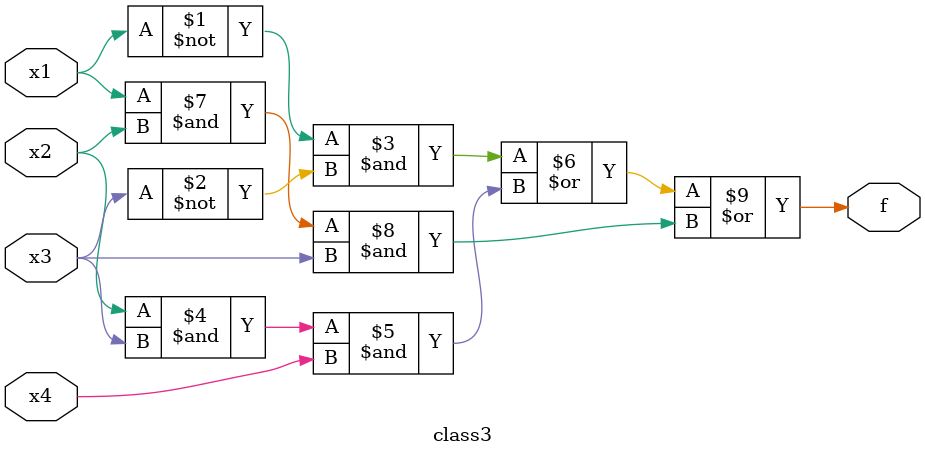
<source format=v>
module class3(x1,x2,x3,x4,f);
	input x1,x2,x3,x4;
	output f;
	assign f = (~x1&~x3)|(x2&x3&x4)|(x1&x2&x3);
endmodule


</source>
